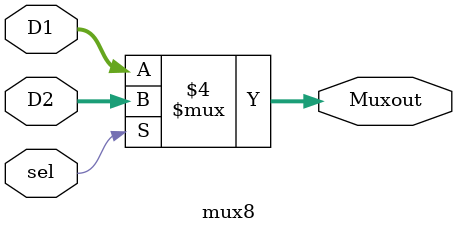
<source format=v>
`timescale 1ns / 1ps

module mux8(Muxout, D1, D2, sel);
input [7:0] D1;
input [7:0] D2;
input sel;
output reg [7:0] Muxout;

always @ (D1 or D2 or sel) begin
	if (sel == 1'b0) begin
		#10 Muxout <= D1;
	end 
	else begin
		#10 Muxout <= D2;
	end
end

endmodule

</source>
